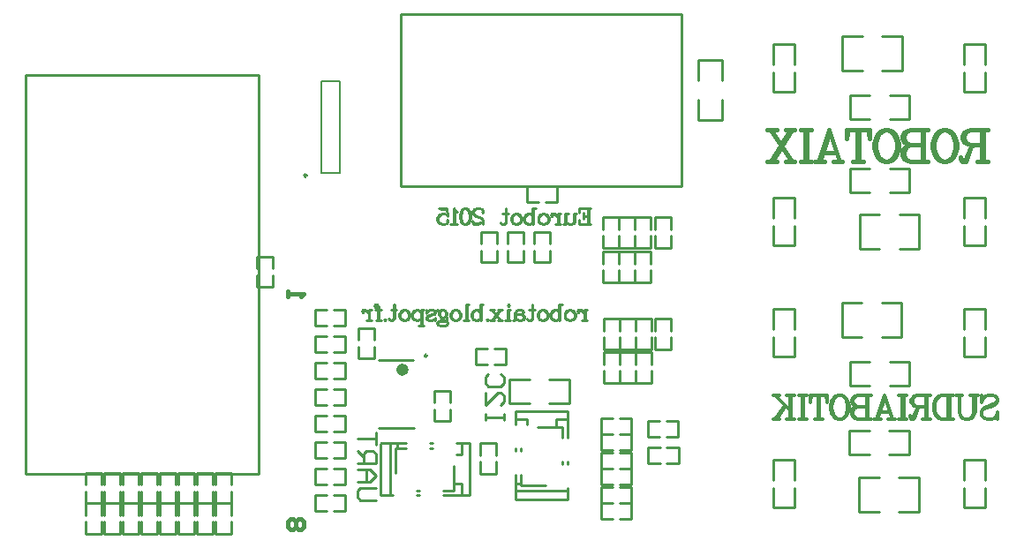
<source format=gbo>
%FSAX25Y25*%
%MOIN*%
G70*
G01*
G75*
G04 Layer_Color=32896*
%ADD10O,0.06890X0.02165*%
%ADD11O,0.02165X0.06890*%
%ADD12R,0.03740X0.07480*%
%ADD13R,0.21654X0.27165*%
%ADD14R,0.11811X0.05906*%
%ADD15R,0.11811X0.05906*%
%ADD16R,0.02992X0.04921*%
%ADD17O,0.08661X0.02362*%
%ADD18R,0.12500X0.06000*%
%ADD19R,0.10000X0.06000*%
%ADD20R,0.03000X0.03000*%
%ADD21R,0.03000X0.03000*%
%ADD22R,0.05906X0.11811*%
%ADD23R,0.05906X0.11811*%
%ADD24R,0.06000X0.06000*%
%ADD25R,0.06000X0.12500*%
%ADD26C,0.03500*%
%ADD27C,0.01200*%
%ADD28C,0.01500*%
%ADD29C,0.05000*%
%ADD30C,0.08000*%
%ADD31C,0.06000*%
%ADD32C,0.08661*%
%ADD33R,0.10000X0.10000*%
%ADD34C,0.10000*%
%ADD35C,0.06693*%
%ADD36R,0.06693X0.06693*%
%ADD37C,0.06890*%
%ADD38R,0.06890X0.06890*%
%ADD39R,0.10000X0.10000*%
%ADD40C,0.23622*%
%ADD41C,0.03200*%
%ADD42O,0.06693X0.01378*%
%ADD43R,0.06693X0.01378*%
%ADD44R,0.06000X0.06000*%
%ADD45R,0.05000X0.06000*%
%ADD46R,0.06000X0.10000*%
%ADD47C,0.00984*%
%ADD48C,0.02362*%
%ADD49C,0.01000*%
%ADD50C,0.02000*%
%ADD51C,0.00787*%
%ADD52C,0.00500*%
%ADD53R,0.18800X0.24800*%
%ADD54O,0.08890X0.04165*%
%ADD55O,0.04165X0.08890*%
%ADD56R,0.05740X0.09480*%
%ADD57R,0.23654X0.29165*%
%ADD58R,0.13811X0.07906*%
%ADD59R,0.13811X0.07906*%
%ADD60R,0.04992X0.06921*%
%ADD61O,0.10661X0.04362*%
%ADD62R,0.14500X0.08000*%
%ADD63R,0.12000X0.08000*%
%ADD64R,0.05000X0.05000*%
%ADD65R,0.05000X0.05000*%
%ADD66R,0.07906X0.13811*%
%ADD67R,0.07906X0.13811*%
%ADD68R,0.08000X0.08000*%
%ADD69R,0.08000X0.14500*%
%ADD70C,0.08000*%
%ADD71C,0.02000*%
%ADD72C,0.10661*%
%ADD73R,0.12000X0.12000*%
%ADD74C,0.12000*%
%ADD75C,0.08693*%
%ADD76R,0.08693X0.08693*%
%ADD77C,0.08890*%
%ADD78R,0.08890X0.08890*%
%ADD79R,0.12000X0.12000*%
%ADD80C,0.25622*%
%ADD81O,0.08693X0.03378*%
%ADD82R,0.08693X0.03378*%
%ADD83R,0.08000X0.08000*%
%ADD84R,0.07000X0.08000*%
%ADD85R,0.08000X0.12000*%
%ADD86C,0.01300*%
D28*
X0100000Y-0107000D02*
Y-0105001D01*
Y-0106000D01*
X0105998D01*
X0104998Y-0107000D01*
Y-0195000D02*
X0105998Y-0194000D01*
Y-0192001D01*
X0104998Y-0191001D01*
X0103999D01*
X0102999Y-0192001D01*
X0101999Y-0191001D01*
X0101000D01*
X0100000Y-0192001D01*
Y-0194000D01*
X0101000Y-0195000D01*
X0101999D01*
X0102999Y-0194000D01*
X0103999Y-0195000D01*
X0104998D01*
X0102999Y-0194000D02*
Y-0192001D01*
X0362786Y-0044003D02*
Y-0056000D01*
X0362215Y-0044003D02*
Y-0056000D01*
X0364500Y-0044003D02*
X0357644D01*
X0355930Y-0044574D01*
X0355359Y-0045145D01*
X0354788Y-0046288D01*
Y-0047430D01*
X0355359Y-0048573D01*
X0355930Y-0049144D01*
X0357644Y-0049716D01*
X0362215D01*
X0357644Y-0044003D02*
X0356502Y-0044574D01*
X0355930Y-0045145D01*
X0355359Y-0046288D01*
Y-0047430D01*
X0355930Y-0048573D01*
X0356502Y-0049144D01*
X0357644Y-0049716D01*
X0364500Y-0056000D02*
X0360501D01*
X0359358Y-0049716D02*
X0358216Y-0050287D01*
X0357644Y-0050858D01*
X0355930Y-0054857D01*
X0355359Y-0055429D01*
X0354788D01*
X0354217Y-0054857D01*
X0358216Y-0050287D02*
X0357644Y-0051429D01*
X0356502Y-0055429D01*
X0355930Y-0056000D01*
X0354788D01*
X0354217Y-0054857D01*
Y-0054286D01*
X0348675Y-0044003D02*
X0350389Y-0044574D01*
X0351531Y-0045717D01*
X0352103Y-0046859D01*
X0352674Y-0049144D01*
Y-0050858D01*
X0352103Y-0053144D01*
X0351531Y-0054286D01*
X0350389Y-0055429D01*
X0348675Y-0056000D01*
X0347532D01*
X0345818Y-0055429D01*
X0344676Y-0054286D01*
X0344104Y-0053144D01*
X0343533Y-0050858D01*
Y-0049144D01*
X0344104Y-0046859D01*
X0344676Y-0045717D01*
X0345818Y-0044574D01*
X0347532Y-0044003D01*
X0348675D01*
X0349817Y-0044574D01*
X0350960Y-0045717D01*
X0351531Y-0046859D01*
X0352103Y-0049144D01*
Y-0050858D01*
X0351531Y-0053144D01*
X0350960Y-0054286D01*
X0349817Y-0055429D01*
X0348675Y-0056000D01*
X0347532D02*
X0346390Y-0055429D01*
X0345247Y-0054286D01*
X0344676Y-0053144D01*
X0344104Y-0050858D01*
Y-0049144D01*
X0344676Y-0046859D01*
X0345247Y-0045717D01*
X0346390Y-0044574D01*
X0347532Y-0044003D01*
X0340162D02*
Y-0056000D01*
X0339591Y-0044003D02*
Y-0056000D01*
X0341876Y-0044003D02*
X0335021D01*
X0333307Y-0044574D01*
X0332735Y-0045145D01*
X0332164Y-0046288D01*
Y-0047430D01*
X0332735Y-0048573D01*
X0333307Y-0049144D01*
X0335021Y-0049716D01*
Y-0044003D02*
X0333878Y-0044574D01*
X0333307Y-0045145D01*
X0332735Y-0046288D01*
Y-0047430D01*
X0333307Y-0048573D01*
X0333878Y-0049144D01*
X0335021Y-0049716D01*
X0339591D02*
X0335021D01*
X0333307Y-0050287D01*
X0332735Y-0050858D01*
X0332164Y-0052001D01*
Y-0053715D01*
X0332735Y-0054857D01*
X0333307Y-0055429D01*
X0335021Y-0056000D01*
X0341876D01*
X0335021Y-0049716D02*
X0333878Y-0050287D01*
X0333307Y-0050858D01*
X0332735Y-0052001D01*
Y-0053715D01*
X0333307Y-0054857D01*
X0333878Y-0055429D01*
X0335021Y-0056000D01*
X0326565Y-0044003D02*
X0328279Y-0044574D01*
X0329422Y-0045717D01*
X0329993Y-0046859D01*
X0330564Y-0049144D01*
Y-0050858D01*
X0329993Y-0053144D01*
X0329422Y-0054286D01*
X0328279Y-0055429D01*
X0326565Y-0056000D01*
X0325423D01*
X0323709Y-0055429D01*
X0322566Y-0054286D01*
X0321995Y-0053144D01*
X0321424Y-0050858D01*
Y-0049144D01*
X0321995Y-0046859D01*
X0322566Y-0045717D01*
X0323709Y-0044574D01*
X0325423Y-0044003D01*
X0326565D01*
X0327708Y-0044574D01*
X0328851Y-0045717D01*
X0329422Y-0046859D01*
X0329993Y-0049144D01*
Y-0050858D01*
X0329422Y-0053144D01*
X0328851Y-0054286D01*
X0327708Y-0055429D01*
X0326565Y-0056000D01*
X0325423D02*
X0324280Y-0055429D01*
X0323137Y-0054286D01*
X0322566Y-0053144D01*
X0321995Y-0050858D01*
Y-0049144D01*
X0322566Y-0046859D01*
X0323137Y-0045717D01*
X0324280Y-0044574D01*
X0325423Y-0044003D01*
X0315768D02*
Y-0056000D01*
X0315196Y-0044003D02*
Y-0056000D01*
X0319195Y-0044003D02*
X0319767Y-0047430D01*
Y-0044003D01*
X0311197D01*
Y-0047430D01*
X0311768Y-0044003D01*
X0317481Y-0056000D02*
X0313482D01*
X0304341Y-0044003D02*
X0308341Y-0056000D01*
X0304341Y-0044003D02*
X0300342Y-0056000D01*
X0304341Y-0045717D02*
X0300914Y-0056000D01*
X0307198Y-0052572D02*
X0302056D01*
X0309483Y-0056000D02*
X0306055D01*
X0302627D02*
X0299200D01*
X0295943Y-0044003D02*
Y-0056000D01*
X0295372Y-0044003D02*
Y-0056000D01*
X0297657Y-0044003D02*
X0293658D01*
X0297657Y-0056000D02*
X0293658D01*
X0290345Y-0044003D02*
X0282917Y-0056000D01*
X0289773Y-0044003D02*
X0282346Y-0056000D01*
Y-0044003D02*
X0290345Y-0056000D01*
X0291487Y-0044003D02*
X0288059D01*
X0284631D02*
X0281204D01*
X0291487Y-0056000D02*
X0288059D01*
X0284631D02*
X0281204D01*
D47*
X0152713Y-0129330D02*
G03*
X0152713Y-0129330I-0000492J0000000D01*
G01*
X0107243Y-0061247D02*
G03*
X0107243Y-0061247I-0000492J0000000D01*
G01*
D48*
X0144543Y-0134645D02*
G03*
X0144543Y-0134645I-0001181J0000000D01*
G01*
D49*
X0134300Y-0130905D02*
X0147375D01*
X0134300Y-0156495D02*
X0147700D01*
X0001100Y-0174000D02*
X0001700D01*
X0001100D02*
Y-0023200D01*
X0089000D01*
X0001700Y-0174000D02*
X0089000D01*
Y-0023200D01*
X0248800Y-0065200D02*
Y-0000200D01*
X0142800Y-0065200D02*
Y-0023700D01*
Y-0065200D02*
X0248800D01*
X0142800Y-0023700D02*
Y-0000200D01*
X0248800D01*
X0264000Y-0025250D02*
Y-0017750D01*
X0255000D02*
X0264000D01*
X0255000Y-0025250D02*
Y-0017750D01*
X0264000Y-0040250D02*
Y-0032750D01*
X0255000Y-0040250D02*
X0264000D01*
X0255000D02*
Y-0032750D01*
X0183850Y-0138300D02*
X0191350D01*
X0183850Y-0147300D02*
Y-0138300D01*
Y-0147300D02*
X0191350D01*
X0198850Y-0138300D02*
X0206350D01*
Y-0147300D02*
Y-0138300D01*
X0198850Y-0147300D02*
X0206350D01*
X0363500Y-0176200D02*
Y-0168700D01*
X0355500D02*
X0363500D01*
X0355500Y-0176200D02*
Y-0168700D01*
X0363500Y-0186700D02*
Y-0179200D01*
X0355500Y-0186700D02*
X0363500D01*
X0355500D02*
Y-0179200D01*
X0121750Y-0188000D02*
Y-0182000D01*
X0117250Y-0188000D02*
X0121750D01*
X0117250Y-0182000D02*
X0121750D01*
X0110250Y-0188000D02*
X0114750D01*
X0110250Y-0182000D02*
X0114750D01*
X0110250Y-0188000D02*
Y-0182000D01*
X0126800Y-0130450D02*
X0132800D01*
X0126800D02*
Y-0125950D01*
X0132800Y-0130450D02*
Y-0125950D01*
X0126800Y-0123450D02*
Y-0118950D01*
X0132800Y-0123450D02*
Y-0118950D01*
X0126800D02*
X0132800D01*
X0155300Y-0154150D02*
X0161300D01*
X0155300D02*
Y-0149650D01*
X0161300Y-0154150D02*
Y-0149650D01*
X0155300Y-0147150D02*
Y-0142650D01*
X0161300Y-0147150D02*
Y-0142650D01*
X0155300D02*
X0161300D01*
X0140658Y-0164426D02*
X0144747D01*
X0140656Y-0173753D02*
Y-0164426D01*
X0141227D02*
Y-0162457D01*
X0138600Y-0182143D02*
Y-0162457D01*
X0144747Y-0162457D01*
X0138600Y-0182143D02*
X0139747D01*
X0163653Y-0162457D02*
X0165600Y-0162457D01*
X0158653Y-0180174D02*
X0162742D01*
X0148653Y-0180174D02*
X0149747D01*
X0153653Y-0162457D02*
X0154747D01*
X0162742Y-0177812D02*
X0165600D01*
X0163653Y-0166788D02*
X0165600D01*
Y-0182143D02*
Y-0177812D01*
Y-0166788D02*
Y-0162457D01*
X0162742Y-0180174D02*
Y-0177812D01*
Y-0180174D02*
Y-0177812D01*
Y-0170847D01*
X0153653Y-0164426D02*
X0154747D01*
X0148653Y-0182143D02*
X0149747D01*
X0158653D02*
X0165600Y-0182143D01*
X0135243Y-0162457D02*
X0138600D01*
X0135200Y-0162500D02*
X0135243Y-0162457D01*
X0135357Y-0182143D02*
X0138600D01*
X0135200D02*
Y-0162500D01*
Y-0182143D02*
X0135357D01*
X0165600Y-0162457D02*
X0168657D01*
X0168700Y-0162500D01*
X0165600Y-0182143D02*
X0168543D01*
X0168700Y-0181985D02*
Y-0162500D01*
X0168543Y-0182143D02*
X0168700Y-0181985D01*
X0235950Y-0160000D02*
Y-0154000D01*
X0240450D01*
X0235950Y-0160000D02*
X0240450D01*
X0242950Y-0154000D02*
X0247450D01*
X0242950Y-0160000D02*
X0247450D01*
Y-0154000D01*
X0236150Y-0170000D02*
Y-0164000D01*
X0240650D01*
X0236150Y-0170000D02*
X0240650D01*
X0243150Y-0164000D02*
X0247650D01*
X0243150Y-0170000D02*
X0247650D01*
Y-0164000D01*
X0229750Y-0191000D02*
Y-0185000D01*
X0225250Y-0191000D02*
X0229750D01*
X0225250Y-0185000D02*
X0229750D01*
X0218250Y-0191000D02*
X0222750D01*
X0218250Y-0185000D02*
X0222750D01*
X0218250Y-0191000D02*
Y-0185000D01*
X0229750D02*
Y-0179000D01*
X0225250Y-0185000D02*
X0229750D01*
X0225250Y-0179000D02*
X0229750D01*
X0218250Y-0185000D02*
X0222750D01*
X0218250Y-0179000D02*
X0222750D01*
X0218250Y-0185000D02*
Y-0179000D01*
X0229750Y-0178000D02*
Y-0172000D01*
X0225250Y-0178000D02*
X0229750D01*
X0225250Y-0172000D02*
X0229750D01*
X0218250Y-0178000D02*
X0222750D01*
X0218250Y-0172000D02*
X0222750D01*
X0218250Y-0178000D02*
Y-0172000D01*
X0229750D02*
Y-0166000D01*
X0225250Y-0172000D02*
X0229750D01*
X0225250Y-0166000D02*
X0229750D01*
X0218250Y-0172000D02*
X0222750D01*
X0218250Y-0166000D02*
X0222750D01*
X0218250Y-0172000D02*
Y-0166000D01*
X0229750Y-0165000D02*
Y-0159000D01*
X0225250Y-0165000D02*
X0229750D01*
X0225250Y-0159000D02*
X0229750D01*
X0218250Y-0165000D02*
X0222750D01*
X0218250Y-0159000D02*
X0222750D01*
X0218250Y-0165000D02*
Y-0159000D01*
X0229750D02*
Y-0153000D01*
X0225250Y-0159000D02*
X0229750D01*
X0225250Y-0153000D02*
X0229750D01*
X0218250Y-0159000D02*
X0222750D01*
X0218250Y-0153000D02*
X0222750D01*
X0218250Y-0159000D02*
Y-0153000D01*
X0312250Y-0031100D02*
X0319750D01*
X0312250Y-0040100D02*
Y-0031100D01*
Y-0040100D02*
X0319750D01*
X0327250Y-0031100D02*
X0334750D01*
Y-0040100D02*
Y-0031100D01*
X0327250Y-0040100D02*
X0334750D01*
X0327350Y-0067700D02*
X0334850D01*
Y-0058700D01*
X0327350D02*
X0334850D01*
X0312350Y-0067700D02*
X0319850D01*
X0312350D02*
Y-0058700D01*
X0319850D01*
X0312250Y-0131500D02*
X0319750D01*
X0312250Y-0140500D02*
Y-0131500D01*
Y-0140500D02*
X0319750D01*
X0327250Y-0131500D02*
X0334750D01*
Y-0140500D02*
Y-0131500D01*
X0327250Y-0140500D02*
X0334750D01*
X0327150Y-0166600D02*
X0334650D01*
Y-0157600D01*
X0327150D02*
X0334650D01*
X0312150Y-0166600D02*
X0319650D01*
X0312150D02*
Y-0157600D01*
X0319650D01*
X0231300Y-0128050D02*
X0237300D01*
Y-0132550D02*
Y-0128050D01*
X0231300Y-0132550D02*
Y-0128050D01*
X0237300Y-0139550D02*
Y-0135050D01*
X0231300Y-0139550D02*
Y-0135050D01*
Y-0139550D02*
X0237300D01*
X0231200Y-0090050D02*
X0237200D01*
Y-0094550D02*
Y-0090050D01*
X0231200Y-0094550D02*
Y-0090050D01*
X0237200Y-0101550D02*
Y-0097050D01*
X0231200Y-0101550D02*
Y-0097050D01*
Y-0101550D02*
X0237200D01*
X0225300Y-0139550D02*
X0231300D01*
X0225300D02*
Y-0135050D01*
X0231300Y-0139550D02*
Y-0135050D01*
X0225300Y-0132550D02*
Y-0128050D01*
X0231300Y-0132550D02*
Y-0128050D01*
X0225300D02*
X0231300D01*
X0225200Y-0101550D02*
X0231200D01*
X0225200D02*
Y-0097050D01*
X0231200Y-0101550D02*
Y-0097050D01*
X0225200Y-0094550D02*
Y-0090050D01*
X0231200Y-0094550D02*
Y-0090050D01*
X0225200D02*
X0231200D01*
X0219300Y-0128050D02*
X0225300D01*
Y-0132550D02*
Y-0128050D01*
X0219300Y-0132550D02*
Y-0128050D01*
X0225300Y-0139550D02*
Y-0135050D01*
X0219300Y-0139550D02*
Y-0135050D01*
Y-0139550D02*
X0225300D01*
X0219200Y-0090050D02*
X0225200D01*
Y-0094550D02*
Y-0090050D01*
X0219200Y-0094550D02*
Y-0090050D01*
X0225200Y-0101550D02*
Y-0097050D01*
X0219200Y-0101550D02*
Y-0097050D01*
Y-0101550D02*
X0225200D01*
X0231300Y-0126850D02*
X0237300D01*
X0231300D02*
Y-0122350D01*
X0237300Y-0126850D02*
Y-0122350D01*
X0231300Y-0119850D02*
Y-0115350D01*
X0237300Y-0119850D02*
Y-0115350D01*
X0231300D02*
X0237300D01*
X0231200Y-0088650D02*
X0237200D01*
X0231200D02*
Y-0084150D01*
X0237200Y-0088650D02*
Y-0084150D01*
X0231200Y-0081650D02*
Y-0077150D01*
X0237200Y-0081650D02*
Y-0077150D01*
X0231200D02*
X0237200D01*
X0225300Y-0115350D02*
X0231300D01*
Y-0119850D02*
Y-0115350D01*
X0225300Y-0119850D02*
Y-0115350D01*
X0231300Y-0126850D02*
Y-0122350D01*
X0225300Y-0126850D02*
Y-0122350D01*
Y-0126850D02*
X0231300D01*
X0225200Y-0077150D02*
X0231200D01*
Y-0081650D02*
Y-0077150D01*
X0225200Y-0081650D02*
Y-0077150D01*
X0231200Y-0088650D02*
Y-0084150D01*
X0225200Y-0088650D02*
Y-0084150D01*
Y-0088650D02*
X0231200D01*
X0219300Y-0126850D02*
X0225300D01*
X0219300D02*
Y-0122350D01*
X0225300Y-0126850D02*
Y-0122350D01*
X0219300Y-0119850D02*
Y-0115350D01*
X0225300Y-0119850D02*
Y-0115350D01*
X0219300D02*
X0225300D01*
X0219200Y-0088650D02*
X0225200D01*
X0219200D02*
Y-0084150D01*
X0225200Y-0088650D02*
Y-0084150D01*
X0219200Y-0081650D02*
Y-0077150D01*
X0225200Y-0081650D02*
Y-0077150D01*
X0219200D02*
X0225200D01*
X0190250Y-0071200D02*
Y-0065200D01*
X0194750D01*
X0190250Y-0071200D02*
X0194750D01*
X0197250Y-0065200D02*
X0201750D01*
X0197250Y-0071200D02*
X0201750D01*
Y-0065200D01*
X0088500Y-0091950D02*
X0094500D01*
Y-0096450D02*
Y-0091950D01*
X0088500Y-0096450D02*
Y-0091950D01*
X0094500Y-0103450D02*
Y-0098950D01*
X0088500Y-0103450D02*
Y-0098950D01*
Y-0103450D02*
X0094500D01*
X0172900Y-0094150D02*
X0178900D01*
X0172900D02*
Y-0089650D01*
X0178900Y-0094150D02*
Y-0089650D01*
X0172900Y-0087150D02*
Y-0082650D01*
X0178900Y-0087150D02*
Y-0082650D01*
X0172900D02*
X0178900D01*
X0182900Y-0094150D02*
X0188900D01*
X0182900D02*
Y-0089650D01*
X0188900Y-0094150D02*
Y-0089650D01*
X0182900Y-0087150D02*
Y-0082650D01*
X0188900Y-0087150D02*
Y-0082650D01*
X0182900D02*
X0188900D01*
X0188026Y-0178242D02*
Y-0174153D01*
Y-0178244D02*
X0197353D01*
X0186057Y-0177673D02*
X0188026D01*
X0186057Y-0180300D02*
X0205743D01*
X0186057Y-0174153D02*
X0186057Y-0180300D01*
X0205743D02*
Y-0179153D01*
X0186057Y-0155247D02*
X0186057Y-0153300D01*
X0203774Y-0160247D02*
Y-0156158D01*
X0203774Y-0170247D02*
Y-0169153D01*
X0186057Y-0165247D02*
Y-0164153D01*
X0201412Y-0156158D02*
Y-0153300D01*
X0190388Y-0155247D02*
Y-0153300D01*
X0201412D02*
X0205743D01*
X0186057D02*
X0190388D01*
X0201412Y-0156158D02*
X0203774D01*
X0201412D02*
X0203774D01*
X0194447D02*
X0201412D01*
X0188026Y-0165247D02*
Y-0164153D01*
X0205743Y-0170247D02*
Y-0169153D01*
X0205743Y-0153300D02*
X0205743Y-0160247D01*
X0186057Y-0183657D02*
Y-0180300D01*
Y-0183657D02*
X0186100Y-0183700D01*
X0205743Y-0183543D02*
Y-0180300D01*
X0186100Y-0183700D02*
X0205743D01*
Y-0183543D01*
X0186057Y-0153300D02*
Y-0150243D01*
X0186100Y-0150200D01*
X0205743Y-0153300D02*
Y-0150357D01*
X0186100Y-0150200D02*
X0205585D01*
X0205743Y-0150357D01*
X0309550Y-0021800D02*
X0317050D01*
X0309550D02*
Y-0008800D01*
X0317050D01*
X0324550Y-0021800D02*
X0332050D01*
Y-0008800D01*
X0324550D02*
X0332050D01*
X0331050Y-0076100D02*
X0338550D01*
Y-0089100D02*
Y-0076100D01*
X0331050Y-0089100D02*
X0338550D01*
X0316050Y-0076100D02*
X0323550D01*
X0316050Y-0089100D02*
Y-0076100D01*
Y-0089100D02*
X0323550D01*
X0309250Y-0122300D02*
X0316750D01*
X0309250D02*
Y-0109300D01*
X0316750D01*
X0324250Y-0122300D02*
X0331750D01*
Y-0109300D01*
X0324250D02*
X0331750D01*
X0330750Y-0175200D02*
X0338250D01*
Y-0188200D02*
Y-0175200D01*
X0330750Y-0188200D02*
X0338250D01*
X0315750Y-0175200D02*
X0323250D01*
X0315750Y-0188200D02*
Y-0175200D01*
Y-0188200D02*
X0323250D01*
X0355500Y-0029700D02*
Y-0022200D01*
Y-0029700D02*
X0363500D01*
Y-0022200D01*
X0355500Y-0019200D02*
Y-0011700D01*
X0363500D01*
Y-0019200D02*
Y-0011700D01*
X0291500Y-0077200D02*
Y-0069700D01*
X0283500D02*
X0291500D01*
X0283500Y-0077200D02*
Y-0069700D01*
X0291500Y-0087700D02*
Y-0080200D01*
X0283500Y-0087700D02*
X0291500D01*
X0283500D02*
Y-0080200D01*
X0355500Y-0129700D02*
Y-0122200D01*
Y-0129700D02*
X0363500D01*
Y-0122200D01*
X0355500Y-0119200D02*
Y-0111700D01*
X0363500D01*
Y-0119200D02*
Y-0111700D01*
X0291500Y-0176200D02*
Y-0168700D01*
X0283500D02*
X0291500D01*
X0283500Y-0176200D02*
Y-0168700D01*
X0291500Y-0186700D02*
Y-0179200D01*
X0283500Y-0186700D02*
X0291500D01*
X0283500D02*
Y-0179200D01*
Y-0029700D02*
Y-0022200D01*
Y-0029700D02*
X0291500D01*
Y-0022200D01*
X0283500Y-0019200D02*
Y-0011700D01*
X0291500D01*
Y-0019200D02*
Y-0011700D01*
X0363500Y-0077200D02*
Y-0069700D01*
X0355500D02*
X0363500D01*
X0355500Y-0077200D02*
Y-0069700D01*
X0363500Y-0087700D02*
Y-0080200D01*
X0355500Y-0087700D02*
X0363500D01*
X0355500D02*
Y-0080200D01*
X0283500Y-0129700D02*
Y-0122200D01*
Y-0129700D02*
X0291500D01*
Y-0122200D01*
X0283500Y-0119200D02*
Y-0111700D01*
X0291500D01*
Y-0119200D02*
Y-0111700D01*
X0238800Y-0115350D02*
X0244800D01*
Y-0119850D02*
Y-0115350D01*
X0238800Y-0119850D02*
Y-0115350D01*
X0244800Y-0126850D02*
Y-0122350D01*
X0238800Y-0126850D02*
Y-0122350D01*
Y-0126850D02*
X0244800D01*
X0238800Y-0077150D02*
X0244800D01*
Y-0081650D02*
Y-0077150D01*
X0238800Y-0081650D02*
Y-0077150D01*
X0244800Y-0088650D02*
Y-0084150D01*
X0238800Y-0088650D02*
Y-0084150D01*
Y-0088650D02*
X0244800D01*
X0192900Y-0094150D02*
X0198900D01*
X0192900D02*
Y-0089650D01*
X0198900Y-0094150D02*
Y-0089650D01*
X0192900Y-0087150D02*
Y-0082650D01*
X0198900Y-0087150D02*
Y-0082650D01*
X0192900D02*
X0198900D01*
X0172700Y-0162350D02*
X0178700D01*
Y-0166850D02*
Y-0162350D01*
X0172700Y-0166850D02*
Y-0162350D01*
X0178700Y-0173850D02*
Y-0169350D01*
X0172700Y-0173850D02*
Y-0169350D01*
Y-0173850D02*
X0178700D01*
X0182550Y-0132600D02*
Y-0126600D01*
X0178050Y-0132600D02*
X0182550D01*
X0178050Y-0126600D02*
X0182550D01*
X0171050Y-0132600D02*
X0175550D01*
X0171050Y-0126600D02*
X0175550D01*
X0171050Y-0132600D02*
Y-0126600D01*
X0121750Y-0118000D02*
Y-0112000D01*
X0117250Y-0118000D02*
X0121750D01*
X0117250Y-0112000D02*
X0121750D01*
X0110250Y-0118000D02*
X0114750D01*
X0110250Y-0112000D02*
X0114750D01*
X0110250Y-0118000D02*
Y-0112000D01*
X0121750Y-0128000D02*
Y-0122000D01*
X0117250Y-0128000D02*
X0121750D01*
X0117250Y-0122000D02*
X0121750D01*
X0110250Y-0128000D02*
X0114750D01*
X0110250Y-0122000D02*
X0114750D01*
X0110250Y-0128000D02*
Y-0122000D01*
X0023800Y-0173550D02*
X0029800D01*
Y-0178050D02*
Y-0173550D01*
X0023800Y-0178050D02*
Y-0173550D01*
X0029800Y-0185050D02*
Y-0180550D01*
X0023800Y-0185050D02*
Y-0180550D01*
Y-0185050D02*
X0029800D01*
X0030800Y-0173550D02*
X0036800D01*
Y-0178050D02*
Y-0173550D01*
X0030800Y-0178050D02*
Y-0173550D01*
X0036800Y-0185050D02*
Y-0180550D01*
X0030800Y-0185050D02*
Y-0180550D01*
Y-0185050D02*
X0036800D01*
X0037800Y-0173550D02*
X0043800D01*
Y-0178050D02*
Y-0173550D01*
X0037800Y-0178050D02*
Y-0173550D01*
X0043800Y-0185050D02*
Y-0180550D01*
X0037800Y-0185050D02*
Y-0180550D01*
Y-0185050D02*
X0043800D01*
X0044800Y-0173550D02*
X0050800D01*
Y-0178050D02*
Y-0173550D01*
X0044800Y-0178050D02*
Y-0173550D01*
X0050800Y-0185050D02*
Y-0180550D01*
X0044800Y-0185050D02*
Y-0180550D01*
Y-0185050D02*
X0050800D01*
X0051800Y-0173550D02*
X0057800D01*
Y-0178050D02*
Y-0173550D01*
X0051800Y-0178050D02*
Y-0173550D01*
X0057800Y-0185050D02*
Y-0180550D01*
X0051800Y-0185050D02*
Y-0180550D01*
Y-0185050D02*
X0057800D01*
X0058800Y-0173550D02*
X0064800D01*
Y-0178050D02*
Y-0173550D01*
X0058800Y-0178050D02*
Y-0173550D01*
X0064800Y-0185050D02*
Y-0180550D01*
X0058800Y-0185050D02*
Y-0180550D01*
Y-0185050D02*
X0064800D01*
X0065800Y-0173550D02*
X0071800D01*
Y-0178050D02*
Y-0173550D01*
X0065800Y-0178050D02*
Y-0173550D01*
X0071800Y-0185050D02*
Y-0180550D01*
X0065800Y-0185050D02*
Y-0180550D01*
Y-0185050D02*
X0071800D01*
X0072800Y-0173550D02*
X0078800D01*
Y-0178050D02*
Y-0173550D01*
X0072800Y-0178050D02*
Y-0173550D01*
X0078800Y-0185050D02*
Y-0180550D01*
X0072800Y-0185050D02*
Y-0180550D01*
Y-0185050D02*
X0078800D01*
X0023800D02*
X0029800D01*
Y-0189550D02*
Y-0185050D01*
X0023800Y-0189550D02*
Y-0185050D01*
X0029800Y-0196550D02*
Y-0192050D01*
X0023800Y-0196550D02*
Y-0192050D01*
Y-0196550D02*
X0029800D01*
X0030800Y-0185050D02*
X0036800D01*
Y-0189550D02*
Y-0185050D01*
X0030800Y-0189550D02*
Y-0185050D01*
X0036800Y-0196550D02*
Y-0192050D01*
X0030800Y-0196550D02*
Y-0192050D01*
Y-0196550D02*
X0036800D01*
X0037800Y-0185050D02*
X0043800D01*
Y-0189550D02*
Y-0185050D01*
X0037800Y-0189550D02*
Y-0185050D01*
X0043800Y-0196550D02*
Y-0192050D01*
X0037800Y-0196550D02*
Y-0192050D01*
Y-0196550D02*
X0043800D01*
X0044800Y-0185050D02*
X0050800D01*
Y-0189550D02*
Y-0185050D01*
X0044800Y-0189550D02*
Y-0185050D01*
X0050800Y-0196550D02*
Y-0192050D01*
X0044800Y-0196550D02*
Y-0192050D01*
Y-0196550D02*
X0050800D01*
X0051800Y-0185050D02*
X0057800D01*
Y-0189550D02*
Y-0185050D01*
X0051800Y-0189550D02*
Y-0185050D01*
X0057800Y-0196550D02*
Y-0192050D01*
X0051800Y-0196550D02*
Y-0192050D01*
Y-0196550D02*
X0057800D01*
X0058800Y-0185050D02*
X0064800D01*
Y-0189550D02*
Y-0185050D01*
X0058800Y-0189550D02*
Y-0185050D01*
X0064800Y-0196550D02*
Y-0192050D01*
X0058800Y-0196550D02*
Y-0192050D01*
Y-0196550D02*
X0064800D01*
X0065800Y-0185050D02*
X0071800D01*
Y-0189550D02*
Y-0185050D01*
X0065800Y-0189550D02*
Y-0185050D01*
X0071800Y-0196550D02*
Y-0192050D01*
X0065800Y-0196550D02*
Y-0192050D01*
Y-0196550D02*
X0071800D01*
X0072800Y-0185050D02*
X0078800D01*
Y-0189550D02*
Y-0185050D01*
X0072800Y-0189550D02*
Y-0185050D01*
X0078800Y-0196550D02*
Y-0192050D01*
X0072800Y-0196550D02*
Y-0192050D01*
Y-0196550D02*
X0078800D01*
X0121750Y-0138000D02*
Y-0132000D01*
X0117250Y-0138000D02*
X0121750D01*
X0117250Y-0132000D02*
X0121750D01*
X0110250Y-0138000D02*
X0114750D01*
X0110250Y-0132000D02*
X0114750D01*
X0110250Y-0138000D02*
Y-0132000D01*
X0121750Y-0148000D02*
Y-0142000D01*
X0117250Y-0148000D02*
X0121750D01*
X0117250Y-0142000D02*
X0121750D01*
X0110250Y-0148000D02*
X0114750D01*
X0110250Y-0142000D02*
X0114750D01*
X0110250Y-0148000D02*
Y-0142000D01*
X0121750Y-0158000D02*
Y-0152000D01*
X0117250Y-0158000D02*
X0121750D01*
X0117250Y-0152000D02*
X0121750D01*
X0110250Y-0158000D02*
X0114750D01*
X0110250Y-0152000D02*
X0114750D01*
X0110250Y-0158000D02*
Y-0152000D01*
X0121750Y-0168000D02*
Y-0162000D01*
X0117250Y-0168000D02*
X0121750D01*
X0117250Y-0162000D02*
X0121750D01*
X0110250Y-0168000D02*
X0114750D01*
X0110250Y-0162000D02*
X0114750D01*
X0110250Y-0168000D02*
Y-0162000D01*
X0121750Y-0178000D02*
Y-0172000D01*
X0117250Y-0178000D02*
X0121750D01*
X0117250Y-0172000D02*
X0121750D01*
X0110250Y-0178000D02*
X0114750D01*
X0110250Y-0172000D02*
X0114750D01*
X0110250Y-0178000D02*
Y-0172000D01*
X0212343Y-0112101D02*
Y-0116100D01*
X0212057Y-0112101D02*
Y-0116100D01*
Y-0113815D02*
X0211772Y-0112958D01*
X0211200Y-0112387D01*
X0210629Y-0112101D01*
X0209772D01*
X0209487Y-0112387D01*
Y-0112672D01*
X0209772Y-0112958D01*
X0210058Y-0112672D01*
X0209772Y-0112387D01*
X0213200Y-0112101D02*
X0212057D01*
X0213200Y-0116100D02*
X0211200D01*
X0206858Y-0112101D02*
X0207716Y-0112387D01*
X0208287Y-0112958D01*
X0208572Y-0113815D01*
Y-0114386D01*
X0208287Y-0115243D01*
X0207716Y-0115814D01*
X0206858Y-0116100D01*
X0206287D01*
X0205430Y-0115814D01*
X0204859Y-0115243D01*
X0204573Y-0114386D01*
Y-0113815D01*
X0204859Y-0112958D01*
X0205430Y-0112387D01*
X0206287Y-0112101D01*
X0206858D01*
X0207430Y-0112387D01*
X0208001Y-0112958D01*
X0208287Y-0113815D01*
Y-0114386D01*
X0208001Y-0115243D01*
X0207430Y-0115814D01*
X0206858Y-0116100D01*
X0206287D02*
X0205716Y-0115814D01*
X0205145Y-0115243D01*
X0204859Y-0114386D01*
Y-0113815D01*
X0205145Y-0112958D01*
X0205716Y-0112387D01*
X0206287Y-0112101D01*
X0202831Y-0110101D02*
Y-0116100D01*
X0202545Y-0110101D02*
Y-0116100D01*
Y-0112958D02*
X0201974Y-0112387D01*
X0201402Y-0112101D01*
X0200831D01*
X0199974Y-0112387D01*
X0199403Y-0112958D01*
X0199117Y-0113815D01*
Y-0114386D01*
X0199403Y-0115243D01*
X0199974Y-0115814D01*
X0200831Y-0116100D01*
X0201402D01*
X0201974Y-0115814D01*
X0202545Y-0115243D01*
X0200831Y-0112101D02*
X0200260Y-0112387D01*
X0199689Y-0112958D01*
X0199403Y-0113815D01*
Y-0114386D01*
X0199689Y-0115243D01*
X0200260Y-0115814D01*
X0200831Y-0116100D01*
X0203688Y-0110101D02*
X0202545D01*
X0196575Y-0112101D02*
X0197432Y-0112387D01*
X0198003Y-0112958D01*
X0198289Y-0113815D01*
Y-0114386D01*
X0198003Y-0115243D01*
X0197432Y-0115814D01*
X0196575Y-0116100D01*
X0196004D01*
X0195147Y-0115814D01*
X0194575Y-0115243D01*
X0194290Y-0114386D01*
Y-0113815D01*
X0194575Y-0112958D01*
X0195147Y-0112387D01*
X0196004Y-0112101D01*
X0196575D01*
X0197146Y-0112387D01*
X0197718Y-0112958D01*
X0198003Y-0113815D01*
Y-0114386D01*
X0197718Y-0115243D01*
X0197146Y-0115814D01*
X0196575Y-0116100D01*
X0196004D02*
X0195432Y-0115814D01*
X0194861Y-0115243D01*
X0194575Y-0114386D01*
Y-0113815D01*
X0194861Y-0112958D01*
X0195432Y-0112387D01*
X0196004Y-0112101D01*
X0191690Y-0116100D02*
X0191976Y-0115814D01*
X0192262Y-0114957D01*
Y-0110101D01*
X0192547D01*
Y-0114957D01*
X0192262Y-0115814D01*
X0191690Y-0116100D01*
X0191119D01*
X0190548Y-0115814D01*
X0190262Y-0115243D01*
X0193404Y-0112101D02*
X0191119D01*
X0188719Y-0112672D02*
Y-0112958D01*
X0189005D01*
Y-0112672D01*
X0188719Y-0112387D01*
X0188148Y-0112101D01*
X0187006D01*
X0186434Y-0112387D01*
X0186149Y-0112672D01*
X0185863Y-0113243D01*
Y-0115243D01*
X0185577Y-0115814D01*
X0185292Y-0116100D01*
X0186149Y-0112672D02*
Y-0115243D01*
X0185863Y-0115814D01*
X0185292Y-0116100D01*
X0185006D01*
X0186149Y-0113243D02*
X0186434Y-0113529D01*
X0188148Y-0113815D01*
X0189005Y-0114100D01*
X0189291Y-0114672D01*
Y-0115243D01*
X0189005Y-0115814D01*
X0188148Y-0116100D01*
X0187291D01*
X0186720Y-0115814D01*
X0186149Y-0115243D01*
X0188148Y-0113815D02*
X0188719Y-0114100D01*
X0189005Y-0114672D01*
Y-0115243D01*
X0188719Y-0115814D01*
X0188148Y-0116100D01*
X0183292Y-0110101D02*
X0183578Y-0110387D01*
X0183292Y-0110673D01*
X0183007Y-0110387D01*
X0183292Y-0110101D01*
Y-0112101D02*
Y-0116100D01*
X0183007Y-0112101D02*
Y-0116100D01*
X0184149Y-0112101D02*
X0183007D01*
X0184149Y-0116100D02*
X0182150D01*
X0180493Y-0112101D02*
X0177350Y-0116100D01*
X0180207Y-0112101D02*
X0177065Y-0116100D01*
Y-0112101D02*
X0180493Y-0116100D01*
X0181064Y-0112101D02*
X0179350D01*
X0178208D02*
X0176494D01*
X0181064Y-0116100D02*
X0179350D01*
X0178208D02*
X0176494D01*
X0175380Y-0115529D02*
X0175665Y-0115814D01*
X0175380Y-0116100D01*
X0175094Y-0115814D01*
X0175380Y-0115529D01*
X0173009Y-0110101D02*
Y-0116100D01*
X0172723Y-0110101D02*
Y-0116100D01*
Y-0112958D02*
X0172152Y-0112387D01*
X0171580Y-0112101D01*
X0171009D01*
X0170152Y-0112387D01*
X0169581Y-0112958D01*
X0169295Y-0113815D01*
Y-0114386D01*
X0169581Y-0115243D01*
X0170152Y-0115814D01*
X0171009Y-0116100D01*
X0171580D01*
X0172152Y-0115814D01*
X0172723Y-0115243D01*
X0171009Y-0112101D02*
X0170438Y-0112387D01*
X0169866Y-0112958D01*
X0169581Y-0113815D01*
Y-0114386D01*
X0169866Y-0115243D01*
X0170438Y-0115814D01*
X0171009Y-0116100D01*
X0173866Y-0110101D02*
X0172723D01*
X0167610D02*
Y-0116100D01*
X0167324Y-0110101D02*
Y-0116100D01*
X0168467Y-0110101D02*
X0167324D01*
X0168467Y-0116100D02*
X0166467D01*
X0163668Y-0112101D02*
X0164525Y-0112387D01*
X0165096Y-0112958D01*
X0165382Y-0113815D01*
Y-0114386D01*
X0165096Y-0115243D01*
X0164525Y-0115814D01*
X0163668Y-0116100D01*
X0163096D01*
X0162240Y-0115814D01*
X0161668Y-0115243D01*
X0161382Y-0114386D01*
Y-0113815D01*
X0161668Y-0112958D01*
X0162240Y-0112387D01*
X0163096Y-0112101D01*
X0163668D01*
X0164239Y-0112387D01*
X0164810Y-0112958D01*
X0165096Y-0113815D01*
Y-0114386D01*
X0164810Y-0115243D01*
X0164239Y-0115814D01*
X0163668Y-0116100D01*
X0163096D02*
X0162525Y-0115814D01*
X0161954Y-0115243D01*
X0161668Y-0114386D01*
Y-0113815D01*
X0161954Y-0112958D01*
X0162525Y-0112387D01*
X0163096Y-0112101D01*
X0158783D02*
X0159354Y-0112387D01*
X0159640Y-0112672D01*
X0159926Y-0113243D01*
Y-0113815D01*
X0159640Y-0114386D01*
X0159354Y-0114672D01*
X0158783Y-0114957D01*
X0158212D01*
X0157641Y-0114672D01*
X0157355Y-0114386D01*
X0157069Y-0113815D01*
Y-0113243D01*
X0157355Y-0112672D01*
X0157641Y-0112387D01*
X0158212Y-0112101D01*
X0158783D01*
X0159354Y-0112387D02*
X0159640Y-0112958D01*
Y-0114100D01*
X0159354Y-0114672D01*
X0157641D02*
X0157355Y-0114100D01*
Y-0112958D01*
X0157641Y-0112387D01*
X0157355Y-0112672D02*
X0157069Y-0112387D01*
X0156498Y-0112101D01*
Y-0112387D01*
X0157069D01*
X0159640Y-0114386D02*
X0159926Y-0114672D01*
X0160211Y-0115243D01*
Y-0115529D01*
X0159926Y-0116100D01*
X0159069Y-0116386D01*
X0157641D01*
X0156783Y-0116671D01*
X0156498Y-0116957D01*
X0160211Y-0115529D02*
X0159926Y-0115814D01*
X0159069Y-0116100D01*
X0157641D01*
X0156783Y-0116386D01*
X0156498Y-0116957D01*
Y-0117243D01*
X0156783Y-0117814D01*
X0157641Y-0118100D01*
X0159354D01*
X0160211Y-0117814D01*
X0160497Y-0117243D01*
Y-0116957D01*
X0160211Y-0116386D01*
X0159354Y-0116100D01*
X0152756Y-0112672D02*
X0152470Y-0112101D01*
Y-0113243D01*
X0152756Y-0112672D01*
X0153042Y-0112387D01*
X0153613Y-0112101D01*
X0154755D01*
X0155327Y-0112387D01*
X0155612Y-0112672D01*
Y-0113243D01*
X0155327Y-0113529D01*
X0154755Y-0113815D01*
X0153327Y-0114386D01*
X0152756Y-0114672D01*
X0152470Y-0114957D01*
X0155612Y-0112958D02*
X0155327Y-0113243D01*
X0154755Y-0113529D01*
X0153327Y-0114100D01*
X0152756Y-0114386D01*
X0152470Y-0114672D01*
Y-0115529D01*
X0152756Y-0115814D01*
X0153327Y-0116100D01*
X0154470D01*
X0155041Y-0115814D01*
X0155327Y-0115529D01*
X0155612Y-0114957D01*
Y-0116100D01*
X0155327Y-0115529D01*
X0150642Y-0112101D02*
Y-0118100D01*
X0150356Y-0112101D02*
Y-0118100D01*
Y-0112958D02*
X0149785Y-0112387D01*
X0149214Y-0112101D01*
X0148642D01*
X0147785Y-0112387D01*
X0147214Y-0112958D01*
X0146929Y-0113815D01*
Y-0114386D01*
X0147214Y-0115243D01*
X0147785Y-0115814D01*
X0148642Y-0116100D01*
X0149214D01*
X0149785Y-0115814D01*
X0150356Y-0115243D01*
X0148642Y-0112101D02*
X0148071Y-0112387D01*
X0147500Y-0112958D01*
X0147214Y-0113815D01*
Y-0114386D01*
X0147500Y-0115243D01*
X0148071Y-0115814D01*
X0148642Y-0116100D01*
X0151499Y-0112101D02*
X0150356D01*
X0151499Y-0118100D02*
X0149499D01*
X0144386Y-0112101D02*
X0145243Y-0112387D01*
X0145815Y-0112958D01*
X0146100Y-0113815D01*
Y-0114386D01*
X0145815Y-0115243D01*
X0145243Y-0115814D01*
X0144386Y-0116100D01*
X0143815D01*
X0142958Y-0115814D01*
X0142387Y-0115243D01*
X0142101Y-0114386D01*
Y-0113815D01*
X0142387Y-0112958D01*
X0142958Y-0112387D01*
X0143815Y-0112101D01*
X0144386D01*
X0144957Y-0112387D01*
X0145529Y-0112958D01*
X0145815Y-0113815D01*
Y-0114386D01*
X0145529Y-0115243D01*
X0144957Y-0115814D01*
X0144386Y-0116100D01*
X0143815D02*
X0143244Y-0115814D01*
X0142672Y-0115243D01*
X0142387Y-0114386D01*
Y-0113815D01*
X0142672Y-0112958D01*
X0143244Y-0112387D01*
X0143815Y-0112101D01*
X0139502Y-0116100D02*
X0139787Y-0115814D01*
X0140073Y-0114957D01*
Y-0110101D01*
X0140358D01*
Y-0114957D01*
X0140073Y-0115814D01*
X0139502Y-0116100D01*
X0138930D01*
X0138359Y-0115814D01*
X0138073Y-0115243D01*
X0141215Y-0112101D02*
X0138930D01*
X0136816Y-0115529D02*
X0137102Y-0115814D01*
X0136816Y-0116100D01*
X0136531Y-0115814D01*
X0136816Y-0115529D01*
X0133017Y-0110387D02*
X0133303Y-0110673D01*
X0133017Y-0110958D01*
X0132731Y-0110673D01*
Y-0110387D01*
X0133017Y-0110101D01*
X0133589D01*
X0134160Y-0110387D01*
X0134446Y-0110958D01*
Y-0116100D01*
X0133589Y-0110101D02*
X0133874Y-0110387D01*
X0134160Y-0110958D01*
Y-0116100D01*
X0135302Y-0112101D02*
X0133017D01*
X0135302Y-0116100D02*
X0133303D01*
X0130846Y-0112101D02*
Y-0116100D01*
X0130561Y-0112101D02*
Y-0116100D01*
Y-0113815D02*
X0130275Y-0112958D01*
X0129704Y-0112387D01*
X0129132Y-0112101D01*
X0128275D01*
X0127990Y-0112387D01*
Y-0112672D01*
X0128275Y-0112958D01*
X0128561Y-0112672D01*
X0128275Y-0112387D01*
X0131703Y-0112101D02*
X0130561D01*
X0131703Y-0116100D02*
X0129704D01*
X0181698Y-0153800D02*
Y-0151467D01*
Y-0152634D01*
X0174700D01*
Y-0153800D01*
Y-0151467D01*
Y-0143303D02*
Y-0147969D01*
X0179365Y-0143303D01*
X0180531D01*
X0181698Y-0144470D01*
Y-0146802D01*
X0180531Y-0147969D01*
Y-0136306D02*
X0181698Y-0137472D01*
Y-0139804D01*
X0180531Y-0140971D01*
X0175866D01*
X0174700Y-0139804D01*
Y-0137472D01*
X0175866Y-0136306D01*
X0133298Y-0183900D02*
X0127466D01*
X0126300Y-0182734D01*
Y-0180401D01*
X0127466Y-0179235D01*
X0133298D01*
X0126300Y-0176902D02*
X0130965D01*
X0133298Y-0174570D01*
X0130965Y-0172237D01*
X0126300D01*
X0129799D01*
Y-0176902D01*
X0126300Y-0169904D02*
X0133298D01*
Y-0166406D01*
X0132131Y-0165239D01*
X0129799D01*
X0128633Y-0166406D01*
Y-0169904D01*
Y-0167572D02*
X0126300Y-0165239D01*
X0133298Y-0162907D02*
Y-0158242D01*
Y-0160574D01*
X0126300D01*
X0213643Y-0073701D02*
Y-0079700D01*
X0213357Y-0073701D02*
Y-0079700D01*
X0211644Y-0075415D02*
Y-0077700D01*
X0214500Y-0073701D02*
X0209930D01*
Y-0075415D01*
X0210215Y-0073701D01*
X0213357Y-0076558D02*
X0211644D01*
X0214500Y-0079700D02*
X0209930D01*
Y-0077986D01*
X0210215Y-0079700D01*
X0208244Y-0075701D02*
Y-0078843D01*
X0207959Y-0079414D01*
X0207102Y-0079700D01*
X0206530D01*
X0205673Y-0079414D01*
X0205102Y-0078843D01*
X0207959Y-0075701D02*
Y-0078843D01*
X0207673Y-0079414D01*
X0207102Y-0079700D01*
X0205102Y-0075701D02*
Y-0079700D01*
X0204816Y-0075701D02*
Y-0079700D01*
X0209101Y-0075701D02*
X0207959D01*
X0205959D02*
X0204816D01*
X0205102Y-0079700D02*
X0203959D01*
X0202331Y-0075701D02*
Y-0079700D01*
X0202045Y-0075701D02*
Y-0079700D01*
Y-0077415D02*
X0201760Y-0076558D01*
X0201189Y-0075986D01*
X0200617Y-0075701D01*
X0199760D01*
X0199475Y-0075986D01*
Y-0076272D01*
X0199760Y-0076558D01*
X0200046Y-0076272D01*
X0199760Y-0075986D01*
X0203188Y-0075701D02*
X0202045D01*
X0203188Y-0079700D02*
X0201189D01*
X0196847Y-0075701D02*
X0197704Y-0075986D01*
X0198275Y-0076558D01*
X0198561Y-0077415D01*
Y-0077986D01*
X0198275Y-0078843D01*
X0197704Y-0079414D01*
X0196847Y-0079700D01*
X0196275D01*
X0195418Y-0079414D01*
X0194847Y-0078843D01*
X0194561Y-0077986D01*
Y-0077415D01*
X0194847Y-0076558D01*
X0195418Y-0075986D01*
X0196275Y-0075701D01*
X0196847D01*
X0197418Y-0075986D01*
X0197989Y-0076558D01*
X0198275Y-0077415D01*
Y-0077986D01*
X0197989Y-0078843D01*
X0197418Y-0079414D01*
X0196847Y-0079700D01*
X0196275D02*
X0195704Y-0079414D01*
X0195133Y-0078843D01*
X0194847Y-0077986D01*
Y-0077415D01*
X0195133Y-0076558D01*
X0195704Y-0075986D01*
X0196275Y-0075701D01*
X0192819Y-0073701D02*
Y-0079700D01*
X0192533Y-0073701D02*
Y-0079700D01*
Y-0076558D02*
X0191962Y-0075986D01*
X0191391Y-0075701D01*
X0190819D01*
X0189962Y-0075986D01*
X0189391Y-0076558D01*
X0189105Y-0077415D01*
Y-0077986D01*
X0189391Y-0078843D01*
X0189962Y-0079414D01*
X0190819Y-0079700D01*
X0191391D01*
X0191962Y-0079414D01*
X0192533Y-0078843D01*
X0190819Y-0075701D02*
X0190248Y-0075986D01*
X0189677Y-0076558D01*
X0189391Y-0077415D01*
Y-0077986D01*
X0189677Y-0078843D01*
X0190248Y-0079414D01*
X0190819Y-0079700D01*
X0193676Y-0073701D02*
X0192533D01*
X0186563Y-0075701D02*
X0187420Y-0075986D01*
X0187991Y-0076558D01*
X0188277Y-0077415D01*
Y-0077986D01*
X0187991Y-0078843D01*
X0187420Y-0079414D01*
X0186563Y-0079700D01*
X0185992D01*
X0185135Y-0079414D01*
X0184564Y-0078843D01*
X0184278Y-0077986D01*
Y-0077415D01*
X0184564Y-0076558D01*
X0185135Y-0075986D01*
X0185992Y-0075701D01*
X0186563D01*
X0187134Y-0075986D01*
X0187706Y-0076558D01*
X0187991Y-0077415D01*
Y-0077986D01*
X0187706Y-0078843D01*
X0187134Y-0079414D01*
X0186563Y-0079700D01*
X0185992D02*
X0185421Y-0079414D01*
X0184849Y-0078843D01*
X0184564Y-0077986D01*
Y-0077415D01*
X0184849Y-0076558D01*
X0185421Y-0075986D01*
X0185992Y-0075701D01*
X0181678Y-0079700D02*
X0181964Y-0079414D01*
X0182250Y-0078557D01*
Y-0073701D01*
X0182535D01*
Y-0078557D01*
X0182250Y-0079414D01*
X0181678Y-0079700D01*
X0181107D01*
X0180536Y-0079414D01*
X0180250Y-0078843D01*
X0183392Y-0075701D02*
X0181107D01*
X0173594Y-0074844D02*
X0173309Y-0075129D01*
X0173594Y-0075415D01*
X0173880Y-0075129D01*
Y-0074844D01*
X0173594Y-0074273D01*
X0173309Y-0073987D01*
X0172452Y-0073701D01*
X0171309D01*
X0170452Y-0073987D01*
X0170167Y-0074273D01*
X0169881Y-0074844D01*
Y-0075415D01*
X0170167Y-0075986D01*
X0171024Y-0076558D01*
X0172452Y-0077129D01*
X0173023Y-0077415D01*
X0173594Y-0077986D01*
X0173880Y-0078843D01*
Y-0079700D01*
X0171309Y-0073701D02*
X0170738Y-0073987D01*
X0170452Y-0074273D01*
X0170167Y-0074844D01*
Y-0075415D01*
X0170452Y-0075986D01*
X0171309Y-0076558D01*
X0172452Y-0077129D01*
X0173880Y-0079129D02*
X0173594Y-0078843D01*
X0173023D01*
X0171595Y-0079414D01*
X0170738D01*
X0170167Y-0079129D01*
X0169881Y-0078843D01*
Y-0078272D01*
X0173023Y-0078843D02*
X0171595Y-0079700D01*
X0170452D01*
X0170167Y-0079414D01*
X0169881Y-0078843D01*
X0167281Y-0073701D02*
X0168139Y-0073987D01*
X0168710Y-0074844D01*
X0168995Y-0076272D01*
Y-0077129D01*
X0168710Y-0078557D01*
X0168139Y-0079414D01*
X0167281Y-0079700D01*
X0166710D01*
X0165853Y-0079414D01*
X0165282Y-0078557D01*
X0164996Y-0077129D01*
Y-0076272D01*
X0165282Y-0074844D01*
X0165853Y-0073987D01*
X0166710Y-0073701D01*
X0167281D01*
X0167853Y-0073987D01*
X0168139Y-0074273D01*
X0168424Y-0074844D01*
X0168710Y-0076272D01*
Y-0077129D01*
X0168424Y-0078557D01*
X0168139Y-0079129D01*
X0167853Y-0079414D01*
X0167281Y-0079700D01*
X0166710D02*
X0166139Y-0079414D01*
X0165853Y-0079129D01*
X0165568Y-0078557D01*
X0165282Y-0077129D01*
Y-0076272D01*
X0165568Y-0074844D01*
X0165853Y-0074273D01*
X0166139Y-0073987D01*
X0166710Y-0073701D01*
X0164111Y-0074844D02*
X0163540Y-0074558D01*
X0162682Y-0073701D01*
Y-0079700D01*
X0162968Y-0073987D02*
Y-0079700D01*
X0164111D02*
X0161540D01*
X0159940Y-0073701D02*
X0160512Y-0076558D01*
X0159940Y-0075986D01*
X0159083Y-0075701D01*
X0158226D01*
X0157369Y-0075986D01*
X0156798Y-0076558D01*
X0156512Y-0077415D01*
Y-0077986D01*
X0156798Y-0078843D01*
X0157369Y-0079414D01*
X0158226Y-0079700D01*
X0159083D01*
X0159940Y-0079414D01*
X0160226Y-0079129D01*
X0160512Y-0078557D01*
Y-0078272D01*
X0160226Y-0077986D01*
X0159940Y-0078272D01*
X0160226Y-0078557D01*
X0158226Y-0075701D02*
X0157655Y-0075986D01*
X0157084Y-0076558D01*
X0156798Y-0077415D01*
Y-0077986D01*
X0157084Y-0078843D01*
X0157655Y-0079414D01*
X0158226Y-0079700D01*
X0159940Y-0073701D02*
X0157084D01*
X0159940Y-0073987D02*
X0158512D01*
X0157084Y-0073701D01*
D51*
X0112657Y-0060223D02*
Y-0025577D01*
X0119743Y-0060223D02*
Y-0025577D01*
X0112657Y-0060223D02*
X0119743D01*
X0112657Y-0025577D02*
X0119743D01*
D86*
X0362630Y-0145587D02*
X0362201Y-0144302D01*
Y-0146873D01*
X0362630Y-0145587D01*
X0363487Y-0144730D01*
X0364772Y-0144302D01*
X0366058D01*
X0367343Y-0144730D01*
X0368200Y-0145587D01*
Y-0146444D01*
X0367772Y-0147301D01*
X0367343Y-0147730D01*
X0366486Y-0148158D01*
X0363915Y-0149015D01*
X0363058Y-0149444D01*
X0362201Y-0150301D01*
X0368200Y-0146444D02*
X0367343Y-0147301D01*
X0366486Y-0147730D01*
X0363915Y-0148587D01*
X0363058Y-0149015D01*
X0362630Y-0149444D01*
X0362201Y-0150301D01*
Y-0152015D01*
X0363058Y-0152872D01*
X0364344Y-0153300D01*
X0365629D01*
X0366915Y-0152872D01*
X0367772Y-0152015D01*
X0368200Y-0150729D01*
Y-0153300D01*
X0367772Y-0152015D01*
X0359588Y-0144302D02*
Y-0150729D01*
X0359159Y-0152015D01*
X0358302Y-0152872D01*
X0357017Y-0153300D01*
X0356160D01*
X0354874Y-0152872D01*
X0354017Y-0152015D01*
X0353589Y-0150729D01*
Y-0144302D01*
X0359159D02*
Y-0150729D01*
X0358731Y-0152015D01*
X0357874Y-0152872D01*
X0357017Y-0153300D01*
X0360873Y-0144302D02*
X0357874D01*
X0354874D02*
X0352303D01*
X0349947D02*
Y-0153300D01*
X0349518Y-0144302D02*
Y-0153300D01*
X0351232Y-0144302D02*
X0346947D01*
X0345662Y-0144730D01*
X0344805Y-0145587D01*
X0344376Y-0146444D01*
X0343948Y-0147730D01*
Y-0149872D01*
X0344376Y-0151158D01*
X0344805Y-0152015D01*
X0345662Y-0152872D01*
X0346947Y-0153300D01*
X0351232D01*
X0346947Y-0144302D02*
X0346091Y-0144730D01*
X0345233Y-0145587D01*
X0344805Y-0146444D01*
X0344376Y-0147730D01*
Y-0149872D01*
X0344805Y-0151158D01*
X0345233Y-0152015D01*
X0346091Y-0152872D01*
X0346947Y-0153300D01*
X0341463Y-0144302D02*
Y-0153300D01*
X0341034Y-0144302D02*
Y-0153300D01*
X0342748Y-0144302D02*
X0337607D01*
X0336321Y-0144730D01*
X0335893Y-0145159D01*
X0335464Y-0146016D01*
Y-0146873D01*
X0335893Y-0147730D01*
X0336321Y-0148158D01*
X0337607Y-0148587D01*
X0341034D01*
X0337607Y-0144302D02*
X0336750Y-0144730D01*
X0336321Y-0145159D01*
X0335893Y-0146016D01*
Y-0146873D01*
X0336321Y-0147730D01*
X0336750Y-0148158D01*
X0337607Y-0148587D01*
X0342748Y-0153300D02*
X0339749D01*
X0338892Y-0148587D02*
X0338035Y-0149015D01*
X0337607Y-0149444D01*
X0336321Y-0152443D01*
X0335893Y-0152872D01*
X0335464D01*
X0335036Y-0152443D01*
X0338035Y-0149015D02*
X0337607Y-0149872D01*
X0336750Y-0152872D01*
X0336321Y-0153300D01*
X0335464D01*
X0335036Y-0152443D01*
Y-0152015D01*
X0332593Y-0144302D02*
Y-0153300D01*
X0332165Y-0144302D02*
Y-0153300D01*
X0333879Y-0144302D02*
X0330879D01*
X0333879Y-0153300D02*
X0330879D01*
X0325395Y-0144302D02*
X0328394Y-0153300D01*
X0325395Y-0144302D02*
X0322395Y-0153300D01*
X0325395Y-0145587D02*
X0322824Y-0153300D01*
X0327537Y-0150729D02*
X0323681D01*
X0329251Y-0153300D02*
X0326680D01*
X0324109D02*
X0321539D01*
X0319096Y-0144302D02*
Y-0153300D01*
X0318668Y-0144302D02*
Y-0153300D01*
X0320382Y-0144302D02*
X0315240D01*
X0313954Y-0144730D01*
X0313526Y-0145159D01*
X0313098Y-0146016D01*
Y-0146873D01*
X0313526Y-0147730D01*
X0313954Y-0148158D01*
X0315240Y-0148587D01*
Y-0144302D02*
X0314383Y-0144730D01*
X0313954Y-0145159D01*
X0313526Y-0146016D01*
Y-0146873D01*
X0313954Y-0147730D01*
X0314383Y-0148158D01*
X0315240Y-0148587D01*
X0318668D02*
X0315240D01*
X0313954Y-0149015D01*
X0313526Y-0149444D01*
X0313098Y-0150301D01*
Y-0151586D01*
X0313526Y-0152443D01*
X0313954Y-0152872D01*
X0315240Y-0153300D01*
X0320382D01*
X0315240Y-0148587D02*
X0314383Y-0149015D01*
X0313954Y-0149444D01*
X0313526Y-0150301D01*
Y-0151586D01*
X0313954Y-0152443D01*
X0314383Y-0152872D01*
X0315240Y-0153300D01*
X0308898Y-0144302D02*
X0310184Y-0144730D01*
X0311041Y-0145587D01*
X0311469Y-0146444D01*
X0311898Y-0148158D01*
Y-0149444D01*
X0311469Y-0151158D01*
X0311041Y-0152015D01*
X0310184Y-0152872D01*
X0308898Y-0153300D01*
X0308041D01*
X0306756Y-0152872D01*
X0305899Y-0152015D01*
X0305471Y-0151158D01*
X0305042Y-0149444D01*
Y-0148158D01*
X0305471Y-0146444D01*
X0305899Y-0145587D01*
X0306756Y-0144730D01*
X0308041Y-0144302D01*
X0308898D01*
X0309755Y-0144730D01*
X0310612Y-0145587D01*
X0311041Y-0146444D01*
X0311469Y-0148158D01*
Y-0149444D01*
X0311041Y-0151158D01*
X0310612Y-0152015D01*
X0309755Y-0152872D01*
X0308898Y-0153300D01*
X0308041D02*
X0307185Y-0152872D01*
X0306328Y-0152015D01*
X0305899Y-0151158D01*
X0305471Y-0149444D01*
Y-0148158D01*
X0305899Y-0146444D01*
X0306328Y-0145587D01*
X0307185Y-0144730D01*
X0308041Y-0144302D01*
X0300800D02*
Y-0153300D01*
X0300372Y-0144302D02*
Y-0153300D01*
X0303371Y-0144302D02*
X0303800Y-0146873D01*
Y-0144302D01*
X0297372D01*
Y-0146873D01*
X0297801Y-0144302D01*
X0302086Y-0153300D02*
X0299086D01*
X0294801Y-0144302D02*
Y-0153300D01*
X0294373Y-0144302D02*
Y-0153300D01*
X0296087Y-0144302D02*
X0293088D01*
X0296087Y-0153300D02*
X0293088D01*
X0290174Y-0144302D02*
Y-0153300D01*
X0289745Y-0144302D02*
Y-0153300D01*
X0284175Y-0144302D02*
X0289745Y-0149872D01*
X0287603Y-0148158D02*
X0284175Y-0153300D01*
X0288032Y-0148158D02*
X0284604Y-0153300D01*
X0291459Y-0144302D02*
X0288460D01*
X0285889D02*
X0283318D01*
X0291459Y-0153300D02*
X0288460D01*
X0285889D02*
X0283318D01*
M02*

</source>
